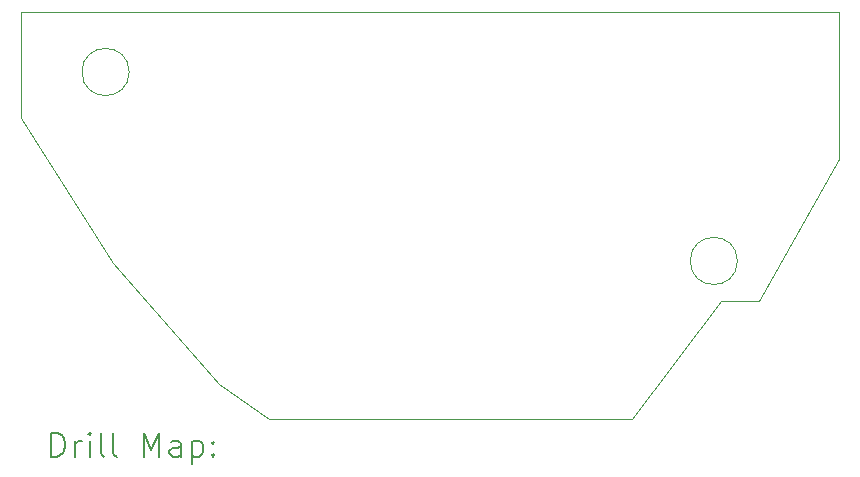
<source format=gbr>
%TF.GenerationSoftware,KiCad,Pcbnew,7.0.7*%
%TF.CreationDate,2023-09-16T13:59:40+03:00*%
%TF.ProjectId,ElectraWifi,456c6563-7472-4615-9769-66692e6b6963,rev?*%
%TF.SameCoordinates,Original*%
%TF.FileFunction,Drillmap*%
%TF.FilePolarity,Positive*%
%FSLAX45Y45*%
G04 Gerber Fmt 4.5, Leading zero omitted, Abs format (unit mm)*
G04 Created by KiCad (PCBNEW 7.0.7) date 2023-09-16 13:59:40*
%MOMM*%
%LPD*%
G01*
G04 APERTURE LIST*
%ADD10C,0.100000*%
%ADD11C,0.200000*%
G04 APERTURE END LIST*
D10*
X15565200Y-9260000D02*
G75*
G03*
X15565200Y-9260000I-200000J0D01*
G01*
X10415200Y-7660000D02*
G75*
G03*
X10415200Y-7660000I-200000J0D01*
G01*
X16425000Y-8400000D02*
X15750000Y-9600000D01*
X15425000Y-9600000D01*
X14675000Y-10600000D01*
X11600000Y-10600000D01*
X11175000Y-10300000D01*
X10275000Y-9275000D01*
X9500000Y-8050000D01*
X9500000Y-7150000D01*
X16425000Y-7150000D01*
X16425000Y-8400000D01*
D11*
X9755777Y-10916484D02*
X9755777Y-10716484D01*
X9755777Y-10716484D02*
X9803396Y-10716484D01*
X9803396Y-10716484D02*
X9831967Y-10726008D01*
X9831967Y-10726008D02*
X9851015Y-10745055D01*
X9851015Y-10745055D02*
X9860539Y-10764103D01*
X9860539Y-10764103D02*
X9870063Y-10802198D01*
X9870063Y-10802198D02*
X9870063Y-10830770D01*
X9870063Y-10830770D02*
X9860539Y-10868865D01*
X9860539Y-10868865D02*
X9851015Y-10887912D01*
X9851015Y-10887912D02*
X9831967Y-10906960D01*
X9831967Y-10906960D02*
X9803396Y-10916484D01*
X9803396Y-10916484D02*
X9755777Y-10916484D01*
X9955777Y-10916484D02*
X9955777Y-10783150D01*
X9955777Y-10821246D02*
X9965301Y-10802198D01*
X9965301Y-10802198D02*
X9974824Y-10792674D01*
X9974824Y-10792674D02*
X9993872Y-10783150D01*
X9993872Y-10783150D02*
X10012920Y-10783150D01*
X10079586Y-10916484D02*
X10079586Y-10783150D01*
X10079586Y-10716484D02*
X10070063Y-10726008D01*
X10070063Y-10726008D02*
X10079586Y-10735531D01*
X10079586Y-10735531D02*
X10089110Y-10726008D01*
X10089110Y-10726008D02*
X10079586Y-10716484D01*
X10079586Y-10716484D02*
X10079586Y-10735531D01*
X10203396Y-10916484D02*
X10184348Y-10906960D01*
X10184348Y-10906960D02*
X10174824Y-10887912D01*
X10174824Y-10887912D02*
X10174824Y-10716484D01*
X10308158Y-10916484D02*
X10289110Y-10906960D01*
X10289110Y-10906960D02*
X10279586Y-10887912D01*
X10279586Y-10887912D02*
X10279586Y-10716484D01*
X10536729Y-10916484D02*
X10536729Y-10716484D01*
X10536729Y-10716484D02*
X10603396Y-10859341D01*
X10603396Y-10859341D02*
X10670063Y-10716484D01*
X10670063Y-10716484D02*
X10670063Y-10916484D01*
X10851015Y-10916484D02*
X10851015Y-10811722D01*
X10851015Y-10811722D02*
X10841491Y-10792674D01*
X10841491Y-10792674D02*
X10822444Y-10783150D01*
X10822444Y-10783150D02*
X10784348Y-10783150D01*
X10784348Y-10783150D02*
X10765301Y-10792674D01*
X10851015Y-10906960D02*
X10831967Y-10916484D01*
X10831967Y-10916484D02*
X10784348Y-10916484D01*
X10784348Y-10916484D02*
X10765301Y-10906960D01*
X10765301Y-10906960D02*
X10755777Y-10887912D01*
X10755777Y-10887912D02*
X10755777Y-10868865D01*
X10755777Y-10868865D02*
X10765301Y-10849817D01*
X10765301Y-10849817D02*
X10784348Y-10840293D01*
X10784348Y-10840293D02*
X10831967Y-10840293D01*
X10831967Y-10840293D02*
X10851015Y-10830770D01*
X10946253Y-10783150D02*
X10946253Y-10983150D01*
X10946253Y-10792674D02*
X10965301Y-10783150D01*
X10965301Y-10783150D02*
X11003396Y-10783150D01*
X11003396Y-10783150D02*
X11022444Y-10792674D01*
X11022444Y-10792674D02*
X11031967Y-10802198D01*
X11031967Y-10802198D02*
X11041491Y-10821246D01*
X11041491Y-10821246D02*
X11041491Y-10878389D01*
X11041491Y-10878389D02*
X11031967Y-10897436D01*
X11031967Y-10897436D02*
X11022444Y-10906960D01*
X11022444Y-10906960D02*
X11003396Y-10916484D01*
X11003396Y-10916484D02*
X10965301Y-10916484D01*
X10965301Y-10916484D02*
X10946253Y-10906960D01*
X11127205Y-10897436D02*
X11136729Y-10906960D01*
X11136729Y-10906960D02*
X11127205Y-10916484D01*
X11127205Y-10916484D02*
X11117682Y-10906960D01*
X11117682Y-10906960D02*
X11127205Y-10897436D01*
X11127205Y-10897436D02*
X11127205Y-10916484D01*
X11127205Y-10792674D02*
X11136729Y-10802198D01*
X11136729Y-10802198D02*
X11127205Y-10811722D01*
X11127205Y-10811722D02*
X11117682Y-10802198D01*
X11117682Y-10802198D02*
X11127205Y-10792674D01*
X11127205Y-10792674D02*
X11127205Y-10811722D01*
M02*

</source>
